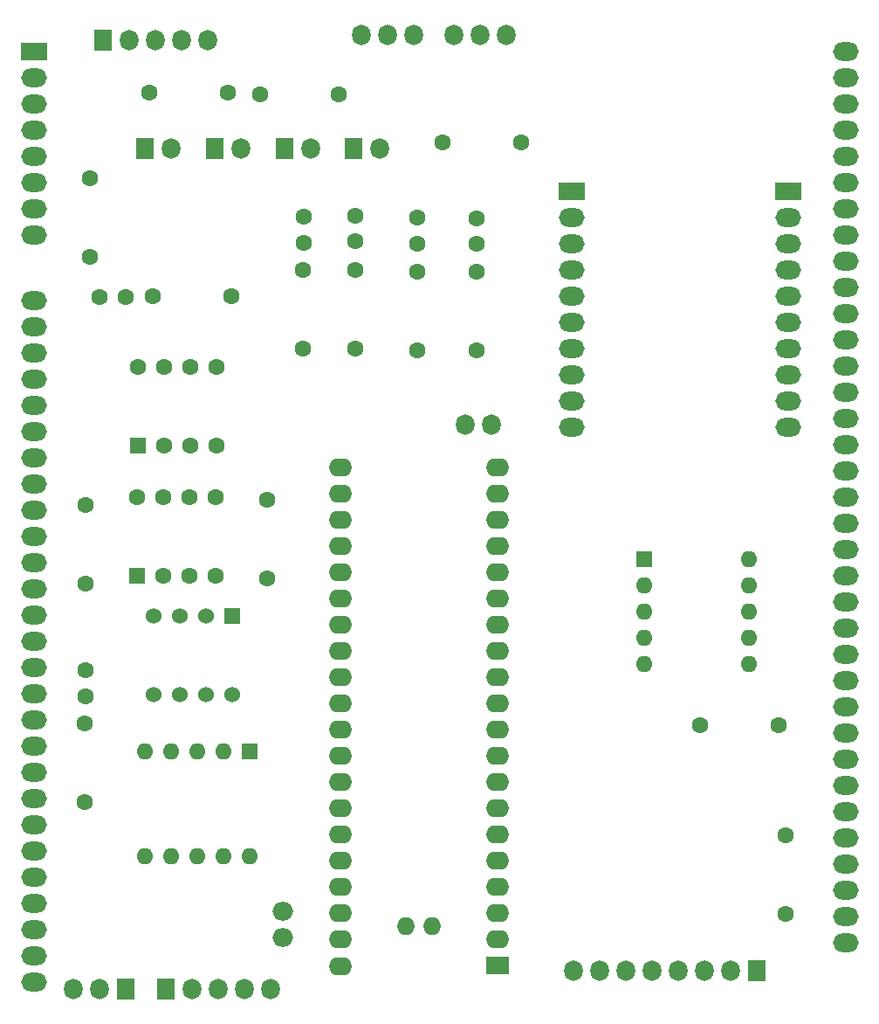
<source format=gts>
G04 #@! TF.GenerationSoftware,KiCad,Pcbnew,7.0.11-7.0.11~ubuntu22.04.1*
G04 #@! TF.CreationDate,2024-05-31T20:40:46-03:00*
G04 #@! TF.ProjectId,Gerador_Sinais_AD9850,47657261-646f-4725-9f53-696e6169735f,v04*
G04 #@! TF.SameCoordinates,Original*
G04 #@! TF.FileFunction,Soldermask,Top*
G04 #@! TF.FilePolarity,Negative*
%FSLAX46Y46*%
G04 Gerber Fmt 4.6, Leading zero omitted, Abs format (unit mm)*
G04 Created by KiCad (PCBNEW 7.0.11-7.0.11~ubuntu22.04.1) date 2024-05-31 20:40:46*
%MOMM*%
%LPD*%
G01*
G04 APERTURE LIST*
%ADD10O,1.800000X2.000000*%
%ADD11R,1.800000X2.000000*%
%ADD12C,1.600000*%
%ADD13O,2.000000X1.800000*%
%ADD14R,2.500000X1.800000*%
%ADD15O,2.500000X1.800000*%
%ADD16R,2.250000X1.727200*%
%ADD17O,2.250000X1.727200*%
%ADD18O,1.727200X1.727200*%
%ADD19R,1.600000X1.600000*%
%ADD20O,1.600000X1.600000*%
%ADD21R,1.524000X1.524000*%
%ADD22C,1.524000*%
G04 APERTURE END LIST*
D10*
X110475000Y-148000000D03*
X113015000Y-148000000D03*
D11*
X115555000Y-148000000D03*
D12*
X128590000Y-61300000D03*
X136210000Y-61300000D03*
X113050000Y-80900000D03*
X115550000Y-80900000D03*
D13*
X130800000Y-140425000D03*
X130800000Y-142965000D03*
D12*
X143900000Y-78480000D03*
X143900000Y-86100000D03*
X149600000Y-78480000D03*
X149600000Y-86100000D03*
D11*
X117475000Y-66500000D03*
D10*
X120015000Y-66500000D03*
D14*
X158830000Y-70660000D03*
D15*
X158830000Y-73200000D03*
X158830000Y-75740000D03*
X158830000Y-78280000D03*
X158830000Y-80820000D03*
X158830000Y-83360000D03*
X158830000Y-85900000D03*
X158830000Y-88440000D03*
X158830000Y-90980000D03*
X158830000Y-93520000D03*
D14*
X179830000Y-70650000D03*
D15*
X179830000Y-73190000D03*
X179830000Y-75730000D03*
X179830000Y-78270000D03*
X179830000Y-80810000D03*
X179830000Y-83350000D03*
X179830000Y-85890000D03*
X179830000Y-88430000D03*
X179830000Y-90970000D03*
X179830000Y-93510000D03*
D12*
X129300000Y-100590000D03*
X129300000Y-108210000D03*
X112100000Y-77020000D03*
X112100000Y-69400000D03*
D10*
X152540000Y-55500000D03*
X150000000Y-55500000D03*
X147460000Y-55500000D03*
D11*
X137725000Y-66500000D03*
D10*
X140265000Y-66500000D03*
D16*
X151680000Y-145730000D03*
D17*
X151680000Y-143190000D03*
X151680000Y-140650000D03*
X151680000Y-138110000D03*
X151680000Y-135570000D03*
X151680000Y-133030000D03*
X151680000Y-130490000D03*
X151680000Y-127950000D03*
X151680000Y-125410000D03*
X151680000Y-122870000D03*
X151680000Y-120330000D03*
X151680000Y-117790000D03*
X151680000Y-115250000D03*
X151680000Y-112710000D03*
X151680000Y-110170000D03*
X151680000Y-107630000D03*
X151680000Y-105090000D03*
X151680000Y-102550000D03*
X151680000Y-100010000D03*
X151680000Y-97470000D03*
X136440000Y-97470000D03*
X136440000Y-100010000D03*
X136440000Y-102550000D03*
X136440000Y-105090000D03*
X136440000Y-107630000D03*
X136440000Y-110170000D03*
X136440000Y-112710000D03*
X136440000Y-115250000D03*
X136440000Y-117790000D03*
X136440000Y-120330000D03*
X136440000Y-122870000D03*
X136440000Y-125410000D03*
X136440000Y-127950000D03*
X136440000Y-130490000D03*
X136440000Y-133030000D03*
X136440000Y-135570000D03*
X136440000Y-138110000D03*
X136440000Y-140650000D03*
X136440000Y-143190000D03*
X136440000Y-145780800D03*
D18*
X142780000Y-141920000D03*
X145320000Y-141920000D03*
D15*
X185420000Y-57150000D03*
X185420000Y-59690000D03*
X185420000Y-62230000D03*
X185420000Y-64770000D03*
X185420000Y-67310000D03*
X185420000Y-69850000D03*
X185420000Y-72390000D03*
X185420000Y-74930000D03*
X185420000Y-77470000D03*
X185420000Y-80010000D03*
X185420000Y-82550000D03*
X185420000Y-85090000D03*
X185420000Y-87630000D03*
X185420000Y-90170000D03*
X185420000Y-92710000D03*
X185420000Y-95250000D03*
X185420000Y-97790000D03*
X185420000Y-100330000D03*
X185420000Y-102870000D03*
X185420000Y-105410000D03*
X185420000Y-107950000D03*
X185420000Y-110490000D03*
X185420000Y-113030000D03*
X185420000Y-115570000D03*
X185420000Y-118110000D03*
X185420000Y-120650000D03*
X185420000Y-123190000D03*
X185420000Y-125730000D03*
X185420000Y-128270000D03*
X185420000Y-130810000D03*
X185420000Y-133350000D03*
X185420000Y-135890000D03*
X185420000Y-138430000D03*
X185420000Y-140970000D03*
X185420000Y-143510000D03*
D12*
X178910000Y-122400000D03*
X171290000Y-122400000D03*
D19*
X165850000Y-106330000D03*
D20*
X165850000Y-108870000D03*
X165850000Y-111410000D03*
X165850000Y-113950000D03*
X165850000Y-116490000D03*
X176010000Y-116490000D03*
X176010000Y-113950000D03*
X176010000Y-111410000D03*
X176010000Y-108870000D03*
X176010000Y-106330000D03*
D21*
X125910000Y-111790000D03*
D22*
X123370000Y-111790000D03*
X120830000Y-111790000D03*
X118290000Y-111790000D03*
X118290000Y-119410000D03*
X120830000Y-119410000D03*
X123370000Y-119410000D03*
X125910000Y-119410000D03*
D14*
X106680000Y-57150000D03*
D15*
X106680000Y-59690000D03*
X106680000Y-62230000D03*
X106680000Y-64770000D03*
X106680000Y-67310000D03*
X106680000Y-69850000D03*
X106680000Y-72390000D03*
X106680000Y-74930000D03*
D12*
X132900000Y-73140000D03*
X132900000Y-75640000D03*
X111600000Y-122280000D03*
X111600000Y-129900000D03*
D15*
X106680000Y-81280000D03*
X106680000Y-83820000D03*
X106680000Y-86360000D03*
X106680000Y-88900000D03*
X106680000Y-91440000D03*
X106680000Y-93980000D03*
X106680000Y-96520000D03*
X106680000Y-99060000D03*
X106680000Y-101600000D03*
X106680000Y-104140000D03*
X106680000Y-106680000D03*
X106680000Y-109220000D03*
X106680000Y-111760000D03*
X106680000Y-114300000D03*
X106680000Y-116840000D03*
X106680000Y-119380000D03*
X106680000Y-121920000D03*
X106680000Y-124460000D03*
X106680000Y-127000000D03*
X106680000Y-129540000D03*
X106680000Y-132080000D03*
X106680000Y-134620000D03*
X106680000Y-137160000D03*
X106680000Y-139700000D03*
X106680000Y-142240000D03*
X106680000Y-144780000D03*
X106680000Y-147320000D03*
D11*
X124210000Y-66500000D03*
D10*
X126750000Y-66500000D03*
X143525000Y-55500000D03*
X140985000Y-55500000D03*
X138445000Y-55500000D03*
D12*
X179578000Y-140716000D03*
X179578000Y-133096000D03*
X137900000Y-78280000D03*
X137900000Y-85900000D03*
X117890000Y-61100000D03*
X125510000Y-61100000D03*
X149614000Y-73278000D03*
X149614000Y-75778000D03*
X153910000Y-65900000D03*
X146290000Y-65900000D03*
X137900000Y-73040000D03*
X137900000Y-75540000D03*
D11*
X113380000Y-56000000D03*
D10*
X115920000Y-56000000D03*
X118460000Y-56000000D03*
X121000000Y-56000000D03*
X123540000Y-56000000D03*
X148500000Y-93250000D03*
X151040000Y-93250000D03*
D12*
X132800000Y-78280000D03*
X132800000Y-85900000D03*
X111700000Y-101080000D03*
X111700000Y-108700000D03*
X118190000Y-80860000D03*
X125810000Y-80860000D03*
X143900000Y-73250000D03*
X143900000Y-75750000D03*
D19*
X116800000Y-95300000D03*
D12*
X119340000Y-95300000D03*
X121880000Y-95300000D03*
X124420000Y-95300000D03*
X124420000Y-87680000D03*
X121880000Y-87680000D03*
X119340000Y-87680000D03*
X116800000Y-87680000D03*
D11*
X176780000Y-146220000D03*
D10*
X174240000Y-146220000D03*
X171700000Y-146220000D03*
X169160000Y-146220000D03*
X166620000Y-146220000D03*
X164080000Y-146220000D03*
X161540000Y-146220000D03*
X159000000Y-146220000D03*
X129620000Y-148000000D03*
X127080000Y-148000000D03*
X124540000Y-148000000D03*
X122000000Y-148000000D03*
D11*
X119460000Y-148000000D03*
X130975000Y-66500000D03*
D10*
X133515000Y-66500000D03*
D19*
X116700000Y-107920000D03*
D12*
X119240000Y-107920000D03*
X121780000Y-107920000D03*
X124320000Y-107920000D03*
X124320000Y-100300000D03*
X121780000Y-100300000D03*
X119240000Y-100300000D03*
X116700000Y-100300000D03*
D19*
X127580000Y-124920000D03*
D20*
X125040000Y-124920000D03*
X122500000Y-124920000D03*
X119960000Y-124920000D03*
X117420000Y-124920000D03*
X117420000Y-135080000D03*
X119960000Y-135080000D03*
X122500000Y-135080000D03*
X125040000Y-135080000D03*
X127580000Y-135080000D03*
D12*
X111700000Y-117080000D03*
X111700000Y-119580000D03*
M02*

</source>
